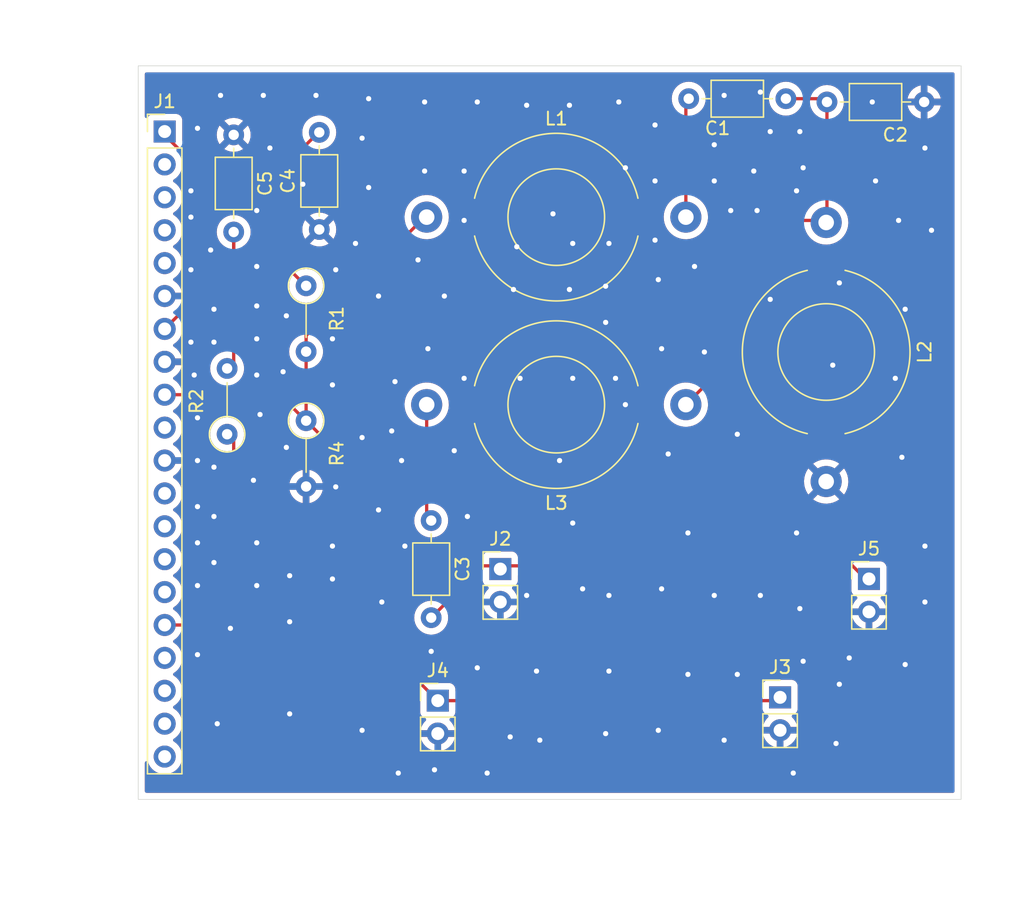
<source format=kicad_pcb>
(kicad_pcb (version 20211014) (generator pcbnew)
  (layers (0 "F.Cu" signal) (31 "B.Cu" signal) (34 "B.Paste" user) (35 "F.Paste" user) (36 "B.SilkS" user "B.Silkscreen") (37 "F.SilkS" user "F.Silkscreen") (38 "B.Mask" user) (39 "F.Mask" user) (44 "Edge.Cuts" user))
  (net 0 "")
  (net 1 "GND")
  (net 2 "Net-(C1-Pad1)")
  (net 3 "Net-(C1-Pad2)")
  (net 4 "Net-(C3-Pad1)")
  (net 5 "bpf_ant")
  (net 6 "3V3")
  (net 7 "rfrx0_false")
  (net 12 "bpf_lvds")
  (net 18 "pwm_out")
  (footprint "Capacitor_THT:C_Axial_L3.8mm_D2.6mm_P7.50mm_Horizontal" (layer "F.Cu") (at 114.3 65.726 90)
    (fp_text reference "C4" (at 3.75 -2.42 90) (layer "F.SilkS"))
    (fp_text value "C")
    (fp_line (start 1.04 0) (end 1.73 0) (layer "F.SilkS") (width 0.12))
    (fp_line (start 1.73 1.42) (end 5.77 1.42) (layer "F.SilkS") (width 0.12))
    (fp_line (start 5.77 -1.42) (end 1.73 -1.42) (layer "F.SilkS") (width 0.12))
    (fp_line (start 5.77 1.42) (end 5.77 -1.42) (layer "F.SilkS") (width 0.12))
    (fp_line (start 1.73 -1.42) (end 1.73 1.42) (layer "F.SilkS") (width 0.12))
    (fp_line (start 6.46 0) (end 5.77 0) (layer "F.SilkS") (width 0.12))
    (pad "1" thru_hole circle (at 0 0 90) (size 1.6 1.6) (drill 0.8) (layers *.Cu *.Mask) (net 1 "GND"))
    (pad "2" thru_hole oval (at 7.5 0 90) (size 1.6 1.6) (drill 0.8) (layers *.Cu *.Mask) (net 6 "3V3"))
  )
  (footprint "Inductor_THT:L_Toroid_Horizontal_D12.7mm_P20.00mm_Diameter14-5mm_Amidon-T50" (layer "F.Cu") (at 153.416 65.184 -90)
    (fp_text reference "L2" (at 10 -7.6 90) (layer "F.SilkS"))
    (fp_text value "L")
    (fp_arc (start 16.303118 1.46) (mid 10 6.47) (end 3.696882 1.46) (layer "F.SilkS") (width 0.12))
    (fp_arc (start 3.696882 -1.46) (mid 10 -6.47) (end 16.303118 -1.46) (layer "F.SilkS") (width 0.12))
    (fp_circle (center 10 0) (end 13.7281 0) (layer "F.SilkS") (width 0.12) (fill none))
    (pad "1" thru_hole circle (at 0 0 270) (size 2.4 2.4) (drill 1.2) (layers *.Cu *.Mask) (net 3 "Net-(C1-Pad2)"))
    (pad "2" thru_hole circle (at 20 0 270) (size 2.4 2.4) (drill 1.2) (layers *.Cu *.Mask) (net 1 "GND"))
  )
  (footprint "Resistor_THT:R_Axial_DIN0207_L6.3mm_D2.5mm_P5.08mm_Vertical" (layer "F.Cu") (at 107.188 81.534 90)
    (fp_text reference "R2" (at 2.54 -2.37 90) (layer "F.SilkS"))
    (fp_text value "R")
    (fp_line (start 1.37 0) (end 3.98 0) (layer "F.SilkS") (width 0.12))
    (fp_circle (center 0 0) (end 1.37 0) (layer "F.SilkS") (width 0.12) (fill none))
    (pad "1" thru_hole circle (at 0 0 90) (size 1.6 1.6) (drill 0.8) (layers *.Cu *.Mask) (net 18 "pwm_out"))
    (pad "2" thru_hole oval (at 5.08 0 90) (size 1.6 1.6) (drill 0.8) (layers *.Cu *.Mask) (net 7 "rfrx0_false"))
  )
  (footprint "Capacitor_THT:C_Axial_L3.8mm_D2.6mm_P7.50mm_Horizontal" (layer "F.Cu") (at 142.808 55.626)
    (fp_text reference "C1" (at 2.226 2.286) (layer "F.SilkS"))
    (fp_text value "C")
    (fp_line (start 6.46 0) (end 5.77 0) (layer "F.SilkS") (width 0.12))
    (fp_line (start 5.77 1.42) (end 5.77 -1.42) (layer "F.SilkS") (width 0.12))
    (fp_line (start 1.04 0) (end 1.73 0) (layer "F.SilkS") (width 0.12))
    (fp_line (start 1.73 1.42) (end 5.77 1.42) (layer "F.SilkS") (width 0.12))
    (fp_line (start 1.73 -1.42) (end 1.73 1.42) (layer "F.SilkS") (width 0.12))
    (fp_line (start 5.77 -1.42) (end 1.73 -1.42) (layer "F.SilkS") (width 0.12))
    (pad "1" thru_hole circle (at 0 0) (size 1.6 1.6) (drill 0.8) (layers *.Cu *.Mask) (net 2 "Net-(C1-Pad1)"))
    (pad "2" thru_hole oval (at 7.5 0) (size 1.6 1.6) (drill 0.8) (layers *.Cu *.Mask) (net 3 "Net-(C1-Pad2)"))
  )
  (footprint "Capacitor_THT:C_Axial_L3.8mm_D2.6mm_P7.50mm_Horizontal" (layer "F.Cu") (at 107.696 58.42 -90)
    (fp_text reference "C5" (at 3.75 -2.42 90) (layer "F.SilkS"))
    (fp_text value "C")
    (fp_line (start 1.73 -1.42) (end 1.73 1.42) (layer "F.SilkS") (width 0.12))
    (fp_line (start 1.73 1.42) (end 5.77 1.42) (layer "F.SilkS") (width 0.12))
    (fp_line (start 5.77 1.42) (end 5.77 -1.42) (layer "F.SilkS") (width 0.12))
    (fp_line (start 5.77 -1.42) (end 1.73 -1.42) (layer "F.SilkS") (width 0.12))
    (fp_line (start 1.04 0) (end 1.73 0) (layer "F.SilkS") (width 0.12))
    (fp_line (start 6.46 0) (end 5.77 0) (layer "F.SilkS") (width 0.12))
    (pad "1" thru_hole circle (at 0 0 270) (size 1.6 1.6) (drill 0.8) (layers *.Cu *.Mask) (net 1 "GND"))
    (pad "2" thru_hole oval (at 7.5 0 270) (size 1.6 1.6) (drill 0.8) (layers *.Cu *.Mask) (net 7 "rfrx0_false"))
  )
  (footprint "Connector_PinHeader_2.54mm:PinHeader_1x02_P2.54mm_Vertical" (layer "F.Cu") (at 149.86 101.849)
    (fp_text reference "J3" (at 0 -2.33) (layer "F.SilkS"))
    (fp_text value "Connector_Generic_Conn_01x02")
    (fp_line (start -1.33 0) (end -1.33 -1.33) (layer "F.SilkS") (width 0.12))
    (fp_line (start -1.33 -1.33) (end 0 -1.33) (layer "F.SilkS") (width 0.12))
    (fp_line (start -1.33 1.27) (end -1.33 3.87) (layer "F.SilkS") (width 0.12))
    (fp_line (start -1.33 3.87) (end 1.33 3.87) (layer "F.SilkS") (width 0.12))
    (fp_line (start -1.33 1.27) (end 1.33 1.27) (layer "F.SilkS") (width 0.12))
    (fp_line (start 1.33 1.27) (end 1.33 3.87) (layer "F.SilkS") (width 0.12))
    (pad "1" thru_hole rect (at 0 0) (size 1.7 1.7) (drill 1) (layers *.Cu *.Mask) (net 12 "bpf_lvds"))
    (pad "2" thru_hole oval (at 0 2.54) (size 1.7 1.7) (drill 1) (layers *.Cu *.Mask) (net 1 "GND"))
  )
  (footprint "Inductor_THT:L_Toroid_Horizontal_D12.7mm_P20.00mm_Diameter14-5mm_Amidon-T50" (layer "F.Cu") (at 122.588 64.77)
    (fp_text reference "L1" (at 10 -7.6) (layer "F.SilkS"))
    (fp_text value "L")
    (fp_arc (start 3.696882 -1.46) (mid 10 -6.47) (end 16.303118 -1.46) (layer "F.SilkS") (width 0.12))
    (fp_arc (start 16.303118 1.46) (mid 10 6.47) (end 3.696882 1.46) (layer "F.SilkS") (width 0.12))
    (fp_circle (center 10 0) (end 13.7281 0) (layer "F.SilkS") (width 0.12) (fill none))
    (pad "1" thru_hole circle (at 0 0) (size 2.4 2.4) (drill 1.2) (layers *.Cu *.Mask) (net 12 "bpf_lvds"))
    (pad "2" thru_hole circle (at 20 0) (size 2.4 2.4) (drill 1.2) (layers *.Cu *.Mask) (net 2 "Net-(C1-Pad1)"))
  )
  (footprint "Connector_PinHeader_2.54mm:PinHeader_1x02_P2.54mm_Vertical" (layer "F.Cu") (at 156.718 92.705)
    (fp_text reference "J5" (at 0 -2.33) (layer "F.SilkS"))
    (fp_text value "Connector_Generic_Conn_01x02")
    (fp_line (start 1.33 1.27) (end 1.33 3.87) (layer "F.SilkS") (width 0.12))
    (fp_line (start -1.33 0) (end -1.33 -1.33) (layer "F.SilkS") (width 0.12))
    (fp_line (start -1.33 -1.33) (end 0 -1.33) (layer "F.SilkS") (width 0.12))
    (fp_line (start -1.33 1.27) (end -1.33 3.87) (layer "F.SilkS") (width 0.12))
    (fp_line (start -1.33 1.27) (end 1.33 1.27) (layer "F.SilkS") (width 0.12))
    (fp_line (start -1.33 3.87) (end 1.33 3.87) (layer "F.SilkS") (width 0.12))
    (pad "1" thru_hole rect (at 0 0) (size 1.7 1.7) (drill 1) (layers *.Cu *.Mask) (net 5 "bpf_ant"))
    (pad "2" thru_hole oval (at 0 2.54) (size 1.7 1.7) (drill 1) (layers *.Cu *.Mask) (net 1 "GND"))
  )
  (footprint "Connector_PinHeader_2.54mm:PinHeader_1x02_P2.54mm_Vertical" (layer "F.Cu") (at 123.444 102.103)
    (fp_text reference "J4" (at 0 -2.33) (layer "F.SilkS"))
    (fp_text value "Connector_Generic_Conn_01x02")
    (fp_line (start 1.33 1.27) (end 1.33 3.87) (layer "F.SilkS") (width 0.12))
    (fp_line (start -1.33 -1.33) (end 0 -1.33) (layer "F.SilkS") (width 0.12))
    (fp_line (start -1.33 0) (end -1.33 -1.33) (layer "F.SilkS") (width 0.12))
    (fp_line (start -1.33 1.27) (end 1.33 1.27) (layer "F.SilkS") (width 0.12))
    (fp_line (start -1.33 3.87) (end 1.33 3.87) (layer "F.SilkS") (width 0.12))
    (fp_line (start -1.33 1.27) (end -1.33 3.87) (layer "F.SilkS") (width 0.12))
    (pad "1" thru_hole rect (at 0 0) (size 1.7 1.7) (drill 1) (layers *.Cu *.Mask) (net 12 "bpf_lvds"))
    (pad "2" thru_hole oval (at 0 2.54) (size 1.7 1.7) (drill 1) (layers *.Cu *.Mask) (net 1 "GND"))
  )
  (footprint "Connector_PinHeader_2.54mm:PinHeader_1x20_P2.54mm_Vertical" (layer "F.Cu") (at 102.37 58.162)
    (fp_text reference "J1" (at 0 -2.33) (layer "F.SilkS"))
    (fp_text value "Connector_Generic_Conn_01x20")
    (fp_line (start -1.33 1.27) (end 1.33 1.27) (layer "F.SilkS") (width 0.12))
    (fp_line (start -1.33 -1.33) (end 0 -1.33) (layer "F.SilkS") (width 0.12))
    (fp_line (start -1.33 1.27) (end -1.33 49.59) (layer "F.SilkS") (width 0.12))
    (fp_line (start -1.33 49.59) (end 1.33 49.59) (layer "F.SilkS") (width 0.12))
    (fp_line (start 1.33 1.27) (end 1.33 49.59) (layer "F.SilkS") (width 0.12))
    (fp_line (start -1.33 0) (end -1.33 -1.33) (layer "F.SilkS") (width 0.12))
    (pad "1" thru_hole rect (at 0 0) (size 1.7 1.7) (drill 1) (layers *.Cu *.Mask) (net 6 "3V3"))
    (pad "2" thru_hole oval (at 0 2.54) (size 1.7 1.7) (drill 1) (layers *.Cu *.Mask))
    (pad "3" thru_hole oval (at 0 5.08) (size 1.7 1.7) (drill 1) (layers *.Cu *.Mask))
    (pad "4" thru_hole oval (at 0 7.62) (size 1.7 1.7) (drill 1) (layers *.Cu *.Mask))
    (pad "5" thru_hole oval (at 0 10.16) (size 1.7 1.7) (drill 1) (layers *.Cu *.Mask))
    (pad "6" thru_hole oval (at 0 12.7) (size 1.7 1.7) (drill 1) (layers *.Cu *.Mask) (net 1 "GND"))
    (pad "7" thru_hole oval (at 0 15.24) (size 1.7 1.7) (drill 1) (layers *.Cu *.Mask) (net 7 "rfrx0_false"))
    (pad "8" thru_hole oval (at 0 17.78) (size 1.7 1.7) (drill 1) (layers *.Cu *.Mask) (net 1 "GND"))
    (pad "9" thru_hole oval (at 0 20.32) (size 1.7 1.7) (drill 1) (layers *.Cu *.Mask) (net 12 "bpf_lvds"))
    (pad "10" thru_hole oval (at 0 22.86) (size 1.7 1.7) (drill 1) (layers *.Cu *.Mask))
    (pad "11" thru_hole oval (at 0 25.4) (size 1.7 1.7) (drill 1) (layers *.Cu *.Mask) (net 1 "GND"))
    (pad "12" thru_hole oval (at 0 27.94) (size 1.7 1.7) (drill 1) (layers *.Cu *.Mask))
    (pad "13" thru_hole oval (at 0 30.48) (size 1.7 1.7) (drill 1) (layers *.Cu *.Mask))
    (pad "14" thru_hole oval (at 0 33.02) (size 1.7 1.7) (drill 1) (layers *.Cu *.Mask))
    (pad "15" thru_hole oval (at 0 35.56) (size 1.7 1.7) (drill 1) (layers *.Cu *.Mask))
    (pad "16" thru_hole oval (at 0 38.1) (size 1.7 1.7) (drill 1) (layers *.Cu *.Mask) (net 18 "pwm_out"))
    (pad "17" thru_hole oval (at 0 40.64) (size 1.7 1.7) (drill 1) (layers *.Cu *.Mask))
    (pad "18" thru_hole oval (at 0 43.18) (size 1.7 1.7) (drill 1) (layers *.Cu *.Mask))
    (pad "19" thru_hole oval (at 0 45.72) (size 1.7 1.7) (drill 1) (layers *.Cu *.Mask))
    (pad "20" thru_hole oval (at 0 48.26) (size 1.7 1.7) (drill 1) (layers *.Cu *.Mask))
  )
  (footprint "Inductor_THT:L_Toroid_Horizontal_D12.7mm_P20.00mm_Diameter14-5mm_Amidon-T50" (layer "F.Cu") (at 142.588 79.248 180)
    (fp_text reference "L3" (at 10 -7.6) (layer "F.SilkS"))
    (fp_text value "L")
    (fp_arc (start 3.696882 -1.46) (mid 10 -6.47) (end 16.303118 -1.46) (layer "F.SilkS") (width 0.12))
    (fp_arc (start 16.303118 1.46) (mid 10 6.47) (end 3.696882 1.46) (layer "F.SilkS") (width 0.12))
    (fp_circle (center 10 0) (end 13.7281 0) (layer "F.SilkS") (width 0.12) (fill none))
    (pad "1" thru_hole circle (at 0 0 180) (size 2.4 2.4) (drill 1.2) (layers *.Cu *.Mask) (net 3 "Net-(C1-Pad2)"))
    (pad "2" thru_hole circle (at 20 0 180) (size 2.4 2.4) (drill 1.2) (layers *.Cu *.Mask) (net 4 "Net-(C3-Pad1)"))
  )
  (footprint "Capacitor_THT:C_Axial_L3.8mm_D2.6mm_P7.50mm_Horizontal" (layer "F.Cu") (at 122.936 88.198 -90)
    (fp_text reference "C3" (at 3.75 -2.42 90) (layer "F.SilkS"))
    (fp_text value "C")
    (fp_line (start 6.46 0) (end 5.77 0) (layer "F.SilkS") (width 0.12))
    (fp_line (start 1.73 -1.42) (end 1.73 1.42) (layer "F.SilkS") (width 0.12))
    (fp_line (start 5.77 1.42) (end 5.77 -1.42) (layer "F.SilkS") (width 0.12))
    (fp_line (start 1.73 1.42) (end 5.77 1.42) (layer "F.SilkS") (width 0.12))
    (fp_line (start 1.04 0) (end 1.73 0) (layer "F.SilkS") (width 0.12))
    (fp_line (start 5.77 -1.42) (end 1.73 -1.42) (layer "F.SilkS") (width 0.12))
    (pad "1" thru_hole circle (at 0 0 270) (size 1.6 1.6) (drill 0.8) (layers *.Cu *.Mask) (net 4 "Net-(C3-Pad1)"))
    (pad "2" thru_hole oval (at 7.5 0 270) (size 1.6 1.6) (drill 0.8) (layers *.Cu *.Mask) (net 5 "bpf_ant"))
  )
  (footprint "Resistor_THT:R_Axial_DIN0207_L6.3mm_D2.5mm_P5.08mm_Vertical" (layer "F.Cu") (at 113.284 70.075 -90)
    (fp_text reference "R1" (at 2.54 -2.37 90) (layer "F.SilkS"))
    (fp_text value "R")
    (fp_line (start 1.37 0) (end 3.98 0) (layer "F.SilkS") (width 0.12))
    (fp_circle (center 0 0) (end 1.37 0) (layer "F.SilkS") (width 0.12) (fill none))
    (pad "1" thru_hole circle (at 0 0 270) (size 1.6 1.6) (drill 0.8) (layers *.Cu *.Mask) (net 6 "3V3"))
    (pad "2" thru_hole oval (at 5.08 0 270) (size 1.6 1.6) (drill 0.8) (layers *.Cu *.Mask) (net 12 "bpf_lvds"))
  )
  (footprint "Resistor_THT:R_Axial_DIN0207_L6.3mm_D2.5mm_P5.08mm_Vertical" (layer "F.Cu") (at 113.284 80.489 -90)
    (fp_text reference "R4" (at 2.54 -2.37 90) (layer "F.SilkS"))
    (fp_text value "R")
    (fp_line (start 1.37 0) (end 3.98 0) (layer "F.SilkS") (width 0.12))
    (fp_circle (center 0 0) (end 1.37 0) (layer "F.SilkS") (width 0.12) (fill none))
    (pad "1" thru_hole circle (at 0 0 270) (size 1.6 1.6) (drill 0.8) (layers *.Cu *.Mask) (net 12 "bpf_lvds"))
    (pad "2" thru_hole oval (at 5.08 0 270) (size 1.6 1.6) (drill 0.8) (layers *.Cu *.Mask) (net 1 "GND"))
  )
  (footprint "Capacitor_THT:C_Axial_L3.8mm_D2.6mm_P7.50mm_Horizontal" (layer "F.Cu") (at 153.476 55.88)
    (fp_text reference "C2" (at 5.274 2.54) (layer "F.SilkS"))
    (fp_text value "C")
    (fp_line (start 6.46 0) (end 5.77 0) (layer "F.SilkS") (width 0.12))
    (fp_line (start 1.73 -1.42) (end 1.73 1.42) (layer "F.SilkS") (width 0.12))
    (fp_line (start 5.77 -1.42) (end 1.73 -1.42) (layer "F.SilkS") (width 0.12))
    (fp_line (start 1.73 1.42) (end 5.77 1.42) (layer "F.SilkS") (width 0.12))
    (fp_line (start 1.04 0) (end 1.73 0) (layer "F.SilkS") (width 0.12))
    (fp_line (start 5.77 1.42) (end 5.77 -1.42) (layer "F.SilkS") (width 0.12))
    (pad "1" thru_hole circle (at 0 0) (size 1.6 1.6) (drill 0.8) (layers *.Cu *.Mask) (net 3 "Net-(C1-Pad2)"))
    (pad "2" thru_hole oval (at 7.5 0) (size 1.6 1.6) (drill 0.8) (layers *.Cu *.Mask) (net 1 "GND"))
  )
  (footprint "Connector_PinHeader_2.54mm:PinHeader_1x02_P2.54mm_Vertical" (layer "F.Cu") (at 128.27 91.943)
    (fp_text reference "J2" (at 0 -2.33) (layer "F.SilkS"))
    (fp_text value "Connector_Generic_Conn_01x02")
    (fp_line (start -1.33 0) (end -1.33 -1.33) (layer "F.SilkS") (width 0.12))
    (fp_line (start -1.33 3.87) (end 1.33 3.87) (layer "F.SilkS") (width 0.12))
    (fp_line (start 1.33 1.27) (end 1.33 3.87) (layer "F.SilkS") (width 0.12))
    (fp_line (start -1.33 1.27) (end -1.33 3.87) (layer "F.SilkS") (width 0.12))
    (fp_line (start -1.33 1.27) (end 1.33 1.27) (layer "F.SilkS") (width 0.12))
    (fp_line (start -1.33 -1.33) (end 0 -1.33) (layer "F.SilkS") (width 0.12))
    (pad "1" thru_hole rect (at 0 0) (size 1.7 1.7) (drill 1) (layers *.Cu *.Mask) (net 5 "bpf_ant"))
    (pad "2" thru_hole oval (at 0 2.54) (size 1.7 1.7) (drill 1) (layers *.Cu *.Mask) (net 1 "GND"))
  )
  (gr_rect (start 100.33 53.086) (end 163.83 109.728) (layer "Edge.Cuts") (width 0.05) (fill none))
  (via (at 106.172 91.44) (size 0.8) (drill 0.4) (layers "F.Cu" "B.Cu") (net 1))
  (via (at 130.302 56.134) (size 0.8) (drill 0.4) (layers "F.Cu" "B.Cu") (net 1))
  (via (at 120.904 90.17) (size 0.8) (drill 0.4) (layers "F.Cu" "B.Cu") (net 1))
  (via (at 130.302 93.98) (size 0.8) (drill 0.4) (layers "F.Cu" "B.Cu") (net 1))
  (via (at 118.872 87.376) (size 0.8) (drill 0.4) (layers "F.Cu" "B.Cu") (net 1))
  (via (at 140.208 61.976) (size 0.8) (drill 0.4) (layers "F.Cu" "B.Cu") (net 1))
  (via (at 104.902 57.912) (size 0.8) (drill 0.4) (layers "F.Cu" "B.Cu") (net 1))
  (via (at 125.476 65.024) (size 0.8) (drill 0.4) (layers "F.Cu" "B.Cu") (net 1))
  (via (at 104.902 93.218) (size 0.8) (drill 0.4) (layers "F.Cu" "B.Cu") (net 1))
  (via (at 136.652 66.802) (size 0.8) (drill 0.4) (layers "F.Cu" "B.Cu") (net 1))
  (via (at 104.394 64.77) (size 0.8) (drill 0.4) (layers "F.Cu" "B.Cu") (net 1))
  (via (at 142.748 89.154) (size 0.8) (drill 0.4) (layers "F.Cu" "B.Cu") (net 1))
  (via (at 115.57 85.598) (size 0.8) (drill 0.4) (layers "F.Cu" "B.Cu") (net 1))
  (via (at 126.492 99.568) (size 0.8) (drill 0.4) (layers "F.Cu" "B.Cu") (net 1))
  (via (at 136.652 99.822) (size 0.8) (drill 0.4) (layers "F.Cu" "B.Cu") (net 1))
  (via (at 106.426 103.886) (size 0.8) (drill 0.4) (layers "F.Cu" "B.Cu") (net 1))
  (via (at 113.03 62.23) (size 0.8) (drill 0.4) (layers "F.Cu" "B.Cu") (net 1))
  (via (at 150.876 107.696) (size 0.8) (drill 0.4) (layers "F.Cu" "B.Cu") (net 1))
  (via (at 161.036 59.436) (size 0.8) (drill 0.4) (layers "F.Cu" "B.Cu") (net 1))
  (via (at 122.936 98.298) (size 0.8) (drill 0.4) (layers "F.Cu" "B.Cu") (net 1))
  (via (at 133.858 77.216) (size 0.8) (drill 0.4) (layers "F.Cu" "B.Cu") (net 1))
  (via (at 140.462 104.394) (size 0.8) (drill 0.4) (layers "F.Cu" "B.Cu") (net 1))
  (via (at 111.506 76.708) (size 0.8) (drill 0.4) (layers "F.Cu" "B.Cu") (net 1))
  (via (at 151.384 58.166) (size 0.8) (drill 0.4) (layers "F.Cu" "B.Cu") (net 1))
  (via (at 159.258 83.312) (size 0.8) (drill 0.4) (layers "F.Cu" "B.Cu") (net 1))
  (via (at 107.442 96.52) (size 0.8) (drill 0.4) (layers "F.Cu" "B.Cu") (net 1))
  (via (at 120.142 77.47) (size 0.8) (drill 0.4) (layers "F.Cu" "B.Cu") (net 1))
  (via (at 136.398 72.898) (size 0.8) (drill 0.4) (layers "F.Cu" "B.Cu") (net 1))
  (via (at 144.018 75.184) (size 0.8) (drill 0.4) (layers "F.Cu" "B.Cu") (net 1))
  (via (at 159.512 71.882) (size 0.8) (drill 0.4) (layers "F.Cu" "B.Cu") (net 1))
  (via (at 149.098 71.12) (size 0.8) (drill 0.4) (layers "F.Cu" "B.Cu") (net 1))
  (via (at 104.394 68.834) (size 0.8) (drill 0.4) (layers "F.Cu" "B.Cu") (net 1))
  (via (at 123.952 70.866) (size 0.8) (drill 0.4) (layers "F.Cu" "B.Cu") (net 1))
  (via (at 109.474 76.962) (size 0.8) (drill 0.4) (layers "F.Cu" "B.Cu") (net 1))
  (via (at 132.842 83.566) (size 0.8) (drill 0.4) (layers "F.Cu" "B.Cu") (net 1))
  (via (at 112.014 92.456) (size 0.8) (drill 0.4) (layers "F.Cu" "B.Cu") (net 1))
  (via (at 115.57 68.834) (size 0.8) (drill 0.4) (layers "F.Cu" "B.Cu") (net 1))
  (via (at 159.512 99.314) (size 0.8) (drill 0.4) (layers "F.Cu" "B.Cu") (net 1))
  (via (at 109.474 68.58) (size 0.8) (drill 0.4) (layers "F.Cu" "B.Cu") (net 1))
  (via (at 146.558 100.076) (size 0.8) (drill 0.4) (layers "F.Cu" "B.Cu") (net 1))
  (via (at 109.474 93.218) (size 0.8) (drill 0.4) (layers "F.Cu" "B.Cu") (net 1))
  (via (at 131.318 105.156) (size 0.8) (drill 0.4) (layers "F.Cu" "B.Cu") (net 1))
  (via (at 104.902 87.122) (size 0.8) (drill 0.4) (layers "F.Cu" "B.Cu") (net 1))
  (via (at 151.638 60.96) (size 0.8) (drill 0.4) (layers "F.Cu" "B.Cu") (net 1))
  (via (at 129.286 70.358) (size 0.8) (drill 0.4) (layers "F.Cu" "B.Cu") (net 1))
  (via (at 121.92 68.072) (size 0.8) (drill 0.4) (layers "F.Cu" "B.Cu") (net 1))
  (via (at 109.982 55.372) (size 0.8) (drill 0.4) (layers "F.Cu" "B.Cu") (net 1))
  (via (at 151.384 94.996) (size 0.8) (drill 0.4) (layers "F.Cu" "B.Cu") (net 1))
  (via (at 131.064 99.822) (size 0.8) (drill 0.4) (layers "F.Cu" "B.Cu") (net 1))
  (via (at 142.748 100.076) (size 0.8) (drill 0.4) (layers "F.Cu" "B.Cu") (net 1))
  (via (at 114.046 55.372) (size 0.8) (drill 0.4) (layers "F.Cu" "B.Cu") (net 1))
  (via (at 117.094 66.802) (size 0.8) (drill 0.4) (layers "F.Cu" "B.Cu") (net 1))
  (via (at 104.648 76.962) (size 0.8) (drill 0.4) (layers "F.Cu" "B.Cu") (net 1))
  (via (at 137.922 79.248) (size 0.8) (drill 0.4) (layers "F.Cu" "B.Cu") (net 1))
  (via (at 104.394 74.422) (size 0.8) (drill 0.4) (layers "F.Cu" "B.Cu") (net 1))
  (via (at 111.76 72.39) (size 0.8) (drill 0.4) (layers "F.Cu" "B.Cu") (net 1))
  (via (at 145.542 55.372) (size 0.8) (drill 0.4) (layers "F.Cu" "B.Cu") (net 1))
  (via (at 137.922 60.96) (size 0.8) (drill 0.4) (layers "F.Cu" "B.Cu") (net 1))
  (via (at 143.256 68.58) (size 0.8) (drill 0.4) (layers "F.Cu" "B.Cu") (net 1))
  (via (at 146.05 64.262) (size 0.8) (drill 0.4) (layers "F.Cu" "B.Cu") (net 1))
  (via (at 104.902 80.264) (size 0.8) (drill 0.4) (layers "F.Cu" "B.Cu") (net 1))
  (via (at 129.032 104.902) (size 0.8) (drill 0.4) (layers "F.Cu" "B.Cu") (net 1))
  (via (at 109.474 74.168) (size 0.8) (drill 0.4) (layers "F.Cu" "B.Cu") (net 1))
  (via (at 140.208 66.548) (size 0.8) (drill 0.4) (layers "F.Cu" "B.Cu") (net 1))
  (via (at 125.476 77.216) (size 0.8) (drill 0.4) (layers "F.Cu" "B.Cu") (net 1))
  (via (at 158.75 77.216) (size 0.8) (drill 0.4) (layers "F.Cu" "B.Cu") (net 1))
  (via (at 119.888 81.28) (size 0.8) (drill 0.4) (layers "F.Cu" "B.Cu") (net 1))
  (via (at 118.872 70.866) (size 0.8) (drill 0.4) (layers "F.Cu" "B.Cu") (net 1))
  (via (at 145.542 105.156) (size 0.8) (drill 0.4) (layers "F.Cu" "B.Cu") (net 1))
  (via (at 154.432 69.85) (size 0.8) (drill 0.4) (layers "F.Cu" "B.Cu") (net 1))
  (via (at 144.78 93.98) (size 0.8) (drill 0.4) (layers "F.Cu" "B.Cu") (net 1))
  (via (at 104.902 89.916) (size 0.8) (drill 0.4) (layers "F.Cu" "B.Cu") (net 1))
  (via (at 112.014 96.012) (size 0.8) (drill 0.4) (layers "F.Cu" "B.Cu") (net 1))
  (via (at 154.432 100.838) (size 0.8) (drill 0.4) (layers "F.Cu" "B.Cu") (net 1))
  (via (at 136.398 70.104) (size 0.8) (drill 0.4) (layers "F.Cu" "B.Cu") (net 1))
  (via (at 106.172 71.882) (size 0.8) (drill 0.4) (layers "F.Cu" "B.Cu") (net 1))
  (via (at 120.396 107.696) (size 0.8) (drill 0.4) (layers "F.Cu" "B.Cu") (net 1))
  (via (at 117.602 81.788) (size 0.8) (drill 0.4) (layers "F.Cu" "B.Cu") (net 1))
  (via (at 151.13 89.154) (size 0.8) (drill 0.4) (layers "F.Cu" "B.Cu") (net 1))
  (via (at 136.652 93.98) (size 0.8) (drill 0.4) (layers "F.Cu" "B.Cu") (net 1))
  (via (at 144.78 61.976) (size 0.8) (drill 0.4) (layers "F.Cu" "B.Cu") (net 1))
  (via (at 148.336 93.98) (size 0.8) (drill 0.4) (layers "F.Cu" "B.Cu") (net 1))
  (via (at 126.492 55.88) (size 0.8) (drill 0.4) (layers "F.Cu" "B.Cu") (net 1))
  (via (at 109.728 80.01) (size 0.8) (drill 0.4) (layers "F.Cu" "B.Cu") (net 1))
  (via (at 161.036 94.488) (size 0.8) (drill 0.4) (layers "F.Cu" "B.Cu") (net 1))
  (via (at 109.474 71.628) (size 0.8) (drill 0.4) (layers "F.Cu" "B.Cu") (net 1))
  (via (at 118.11 62.484) (size 0.8) (drill 0.4) (layers "F.Cu" "B.Cu") (net 1))
  (via (at 106.172 84.074) (size 0.8) (drill 0.4) (layers "F.Cu" "B.Cu") (net 1))
  (via (at 161.544 65.786) (size 0.8) (drill 0.4) (layers "F.Cu" "B.Cu") (net 1))
  (via (at 132.334 64.516) (size 0.8) (drill 0.4) (layers "F.Cu" "B.Cu") (net 1))
  (via (at 129.54 67.056) (size 0.8) (drill 0.4) (layers "F.Cu" "B.Cu") (net 1))
  (via (at 134.62 93.472) (size 0.8) (drill 0.4) (layers "F.Cu" "B.Cu") (net 1))
  (via (at 148.082 64.262) (size 0.8) (drill 0.4) (layers "F.Cu" "B.Cu") (net 1))
  (via (at 109.22 85.09) (size 0.8) (drill 0.4) (layers "F.Cu" "B.Cu") (net 1))
  (via (at 117.602 104.394) (size 0.8) (drill 0.4) (layers "F.Cu" "B.Cu") (net 1))
  (via (at 140.716 74.93) (size 0.8) (drill 0.4) (layers "F.Cu" "B.Cu") (net 1))
  (via (at 124.714 82.804) (size 0.8) (drill 0.4) (layers "F.Cu" "B.Cu") (net 1))
  (via (at 122.682 74.93) (size 0.8) (drill 0.4) (layers "F.Cu" "B.Cu") (net 1))
  (via (at 159.004 65.024) (size 0.8) (drill 0.4) (layers "F.Cu" "B.Cu") (net 1))
  (via (at 104.902 98.552) (size 0.8) (drill 0.4) (layers "F.Cu" "B.Cu") (net 1))
  (via (at 140.462 69.596) (size 0.8) (drill 0.4) (layers "F.Cu" "B.Cu") (net 1))
  (via (at 137.16 77.216) (size 0.8) (drill 0.4) (layers "F.Cu" "B.Cu") (net 1))
  (via (at 118.11 55.626) (size 0.8) (drill 0.4) (layers "F.Cu" "B.Cu") (net 1))
  (via (at 157.226 61.976) (size 0.8) (drill 0.4) (layers "F.Cu" "B.Cu") (net 1))
  (via (at 149.098 58.166) (size 0.8) (drill 0.4) (layers "F.Cu" "B.Cu") (net 1))
  (via (at 122.428 61.214) (size 0.8) (drill 0.4) (layers "F.Cu" "B.Cu") (net 1))
  (via (at 119.126 94.488) (size 0.8) (drill 0.4) (layers "F.Cu" "B.Cu") (net 1))
  (via (at 109.474 89.916) (size 0.8) (drill 0.4) (layers "F.Cu" "B.Cu") (net 1))
  (via (at 111.76 82.55) (size 0.8) (drill 0.4) (layers "F.Cu" "B.Cu") (net 1))
  (via (at 154.178 105.41) (size 0.8) (drill 0.4) (layers "F.Cu" "B.Cu") (net 1))
  (via (at 125.476 61.214) (size 0.8) (drill 0.4) (layers "F.Cu" "B.Cu") (net 1))
  (via (at 129.794 77.216) (size 0.8) (drill 0.4) (layers "F.Cu" "B.Cu") (net 1))
  (via (at 120.65 83.566) (size 0.8) (drill 0.4) (layers "F.Cu" "B.Cu") (net 1))
  (via (at 155.194 98.806) (size 0.8) (drill 0.4) (layers "F.Cu" "B.Cu") (net 1))
  (via (at 148.336 55.118) (size 0.8) (drill 0.4) (layers "F.Cu" "B.Cu") (net 1))
  (via (at 147.828 61.214) (size 0.8) (drill 0.4) (layers "F.Cu" "B.Cu") (net 1))
  (via (at 144.78 59.182) (size 0.8) (drill 0.4) (layers "F.Cu" "B.Cu") (net 1))
  (via (at 133.604 70.358) (size 0.8) (drill 0.4) (layers "F.Cu" "B.Cu") (net 1))
  (via (at 146.558 81.534) (size 0.8) (drill 0.4) (layers "F.Cu" "B.Cu") (net 1))
  (via (at 122.428 55.88) (size 0.8) (drill 0.4) (layers "F.Cu" "B.Cu") (net 1))
  (via (at 156.972 55.88) (size 0.8) (drill 0.4) (layers "F.Cu" "B.Cu") (net 1))
  (via (at 141.224 83.058) (size 0.8) (drill 0.4) (layers "F.Cu" "B.Cu") (net 1))
  (via (at 112.014 103.124) (size 0.8) (drill 0.4) (layers "F.Cu" "B.Cu") (net 1))
  (via (at 151.638 99.06) (size 0.8) (drill 0.4) (layers "F.Cu" "B.Cu") (net 1))
  (via (at 109.474 64.262) (size 0.8) (drill 0.4) (layers "F.Cu" "B.Cu") (net 1))
  (via (at 115.316 74.168) (size 0.8) (drill 0.4) (layers "F.Cu" "B.Cu") (net 1))
  (via (at 117.602 58.674) (size 0.8) (drill 0.4) (layers "F.Cu" "B.Cu") (net 1))
  (via (at 115.316 77.724) (size 0.8) (drill 0.4) (layers "F.Cu" "B.Cu") (net 1))
  (via (at 127.254 107.696) (size 0.8) (drill 0.4) (layers "F.Cu" "B.Cu") (net 1))
  (via (at 125.73 87.884) (size 0.8) (drill 0.4) (layers "F.Cu" "B.Cu") (net 1))
  (via (at 136.398 104.648) (size 0.8) (drill 0.4) (layers "F.Cu" "B.Cu") (net 1))
  (via (at 133.604 56.134) (size 0.8) (drill 0.4) (layers "F.Cu" "B.Cu") (net 1))
  (via (at 153.924 76.2) (size 0.8) (drill 0.4) (layers "F.Cu" "B.Cu") (net 1))
  (via (at 115.316 90.17) (size 0.8) (drill 0.4) (layers "F.Cu" "B.Cu") (net 1))
  (via (at 106.172 87.884) (size 0.8) (drill 0.4) (layers "F.Cu" "B.Cu") (net 1))
  (via (at 140.716 93.472) (size 0.8) (drill 0.4) (layers "F.Cu" "B.Cu") (net 1))
  (via (at 123.19 107.442) (size 0.8) (drill 0.4) (layers "F.Cu" "B.Cu") (net 1))
  (via (at 133.858 88.392) (size 0.8) (drill 0.4) (layers "F.Cu" "B.Cu") (net 1))
  (via (at 115.316 92.71) (size 0.8) (drill 0.4) (layers "F.Cu" "B.Cu") (net 1))
  (via (at 140.208 57.658) (size 0.8) (drill 0.4) (layers "F.Cu" "B.Cu") (net 1))
  (via (at 161.036 90.17) (size 0.8) (drill 0.4) (layers "F.Cu" "B.Cu") (net 1))
  (via (at 104.394 62.738) (size 0.8) (drill 0.4) (layers "F.Cu" "B.Cu") (net 1))
  (via (at 104.902 83.566) (size 0.8) (drill 0.4) (layers "F.Cu" "B.Cu") (net 1))
  (via (at 106.68 55.372) (size 0.8) (drill 0.4) (layers "F.Cu" "B.Cu") (net 1))
  (via (at 151.13 62.738) (size 0.8) (drill 0.4) (layers "F.Cu" "B.Cu") (net 1))
  (via (at 133.858 66.802) (size 0.8) (drill 0.4) (layers "F.Cu" "B.Cu") (net 1))
  (via (at 137.414 55.88) (size 0.8) (drill 0.4) (layers "F.Cu" "B.Cu") (net 1))
  (via (at 106.172 74.422) (size 0.8) (drill 0.4) (layers "F.Cu" "B.Cu") (net 1))
  (via (at 110.49 59.436) (size 0.8) (drill 0.4) (layers "F.Cu" "B.Cu") (net 1))
  (via (at 105.918 67.31) (size 0.8) (drill 0.4) (layers "F.Cu" "B.Cu") (net 1))
  (segment (start 142.588 64.77) (end 142.588 55.532) (width 0.25) (layer "F.Cu") (net 2))
  (segment (start 145.542 69.85) (end 150.368 65.024) (width 0.25) (layer "F.Cu") (net 3))
  (segment (start 145.542 76.294) (end 145.542 69.85) (width 0.25) (layer "F.Cu") (net 3))
  (segment (start 153.416 55.626) (end 153.67 55.88) (width 0.25) (layer "F.Cu") (net 3))
  (segment (start 150.308 55.626) (end 153.416 55.626) (width 0.25) (layer "F.Cu") (net 3))
  (segment (start 153.476 64.83) (end 153.67 65.024) (width 0.25) (layer "F.Cu") (net 3))
  (segment (start 153.476 55.88) (end 153.476 64.83) (width 0.25) (layer "F.Cu") (net 3))
  (segment (start 142.588 79.248) (end 145.542 76.294) (width 0.25) (layer "F.Cu") (net 3))
  (segment (start 150.368 65.024) (end 153.416 65.024) (width 0.25) (layer "F.Cu") (net 3))
  (segment (start 122.588 87.79) (end 122.936 88.138) (width 0.25) (layer "F.Cu") (net 4))
  (segment (start 122.588 79.248) (end 122.588 87.79) (width 0.25) (layer "F.Cu") (net 4))
  (segment (start 122.936 95.698) (end 126.94 91.694) (width 0.25) (layer "F.Cu") (net 5))
  (segment (start 128.016 91.694) (end 155.448 91.694) (width 0.25) (layer "F.Cu") (net 5))
  (segment (start 155.448 91.694) (end 156.464 92.71) (width 0.25) (layer "F.Cu") (net 5))
  (segment (start 126.94 91.694) (end 128.016 91.694) (width 0.25) (layer "F.Cu") (net 5))
  (segment (start 109.982 62.484) (end 110.109 62.357) (width 0.25) (layer "F.Cu") (net 6))
  (segment (start 106.426 62.484) (end 109.982 62.484) (width 0.25) (layer "F.Cu") (net 6))
  (segment (start 110.744 62.992) (end 110.998 63.246) (width 0.25) (layer "F.Cu") (net 6))
  (segment (start 111.252 68.072) (end 113.284 70.104) (width 0.25) (layer "F.Cu") (net 6))
  (segment (start 111.252 63.5) (end 111.252 68.072) (width 0.25) (layer "F.Cu") (net 6))
  (segment (start 110.109 62.357) (end 114.3 58.166) (width 0.25) (layer "F.Cu") (net 6))
  (segment (start 110.998 63.246) (end 111.252 63.5) (width 0.25) (layer "F.Cu") (net 6))
  (segment (start 102.37 58.162) (end 102.37 58.428) (width 0.25) (layer "F.Cu") (net 6))
  (segment (start 106.172 62.23) (end 106.426 62.484) (width 0.25) (layer "F.Cu") (net 6))
  (segment (start 102.37 58.428) (end 106.172 62.23) (width 0.25) (layer "F.Cu") (net 6))
  (segment (start 110.109 62.357) (end 110.744 62.992) (width 0.25) (layer "F.Cu") (net 6))
  (segment (start 107.696 68.076) (end 107.696 65.786) (width 0.25) (layer "F.Cu") (net 7))
  (segment (start 107.696 75.946) (end 107.188 76.454) (width 0.25) (layer "F.Cu") (net 7))
  (segment (start 107.696 65.92) (end 107.696 75.946) (width 0.25) (layer "F.Cu") (net 7))
  (segment (start 102.37 73.402) (end 107.696 68.076) (width 0.25) (layer "F.Cu") (net 7))
  (segment (start 116.586 83.791) (end 117.094 84.299) (width 0.25) (layer "F.Cu") (net 12))
  (segment (start 113.284 80.489) (end 116.078 83.283) (width 0.25) (layer "F.Cu") (net 12))
  (segment (start 113.284 73.914) (end 122.682 64.516) (width 0.25) (layer "F.Cu") (net 12))
  (segment (start 149.357 102.103) (end 149.86 101.6) (width 0.25) (layer "F.Cu") (net 12))
  (segment (start 113.284 80.489) (end 113.284 74.93) (width 0.25) (layer "F.Cu") (net 12))
  (segment (start 117.094 94.234) (end 117.094 95.758) (width 0.25) (layer "F.Cu") (net 12))
  (segment (start 123.444 102.103) (end 149.357 102.103) (width 0.25) (layer "F.Cu") (net 12))
  (segment (start 111.248 78.482) (end 113.284 80.518) (width 0.25) (layer "F.Cu") (net 12))
  (segment (start 117.094 95.758) (end 123.444 102.108) (width 0.25) (layer "F.Cu") (net 12))
  (segment (start 113.284 75.155) (end 113.284 73.914) (width 0.25) (layer "F.Cu") (net 12))
  (segment (start 102.37 78.482) (end 111.248 78.482) (width 0.25) (layer "F.Cu") (net 12))
  (segment (start 116.078 83.283) (end 116.586 83.791) (width 0.25) (layer "F.Cu") (net 12))
  (segment (start 117.094 84.299) (end 117.094 94.234) (width 0.25) (layer "F.Cu") (net 12))
  (segment (start 107.696 93.218) (end 107.696 81.788) (width 0.25) (layer "F.Cu") (net 18))
  (segment (start 104.652 96.262) (end 107.696 93.218) (width 0.25) (layer "F.Cu") (net 18))
  (segment (start 102.37 96.262) (end 104.652 96.262) (width 0.25) (layer "F.Cu") (net 18))
  (segment (start 107.696 81.788) (end 107.188 81.28) (width 0.25) (layer "F.Cu") (net 18))
  (zone (net 1) (net_name "GND") (layer "F.Cu") (connect_pads (clearance 0.508)) (min_thickness 0.254) (fill yes (thermal_gap 0.508) (thermal_bridge_width 0.508))
    (polygon (pts (xy 164.084 110.998) (xy 91.44 110.49) (xy 92.964 53.594) (xy 163.83 50.8)))
  )
  (zone (net 1) (net_name "GND") (layer "B.Cu") (connect_pads (clearance 0.508)) (min_thickness 0.254) (fill yes (thermal_gap 0.508) (thermal_bridge_width 0.508))
    (polygon (pts (xy 166.37 114.3) (xy 89.662 118.11) (xy 90.17 51.308) (xy 167.132 48.006)))
  )
)
</source>
